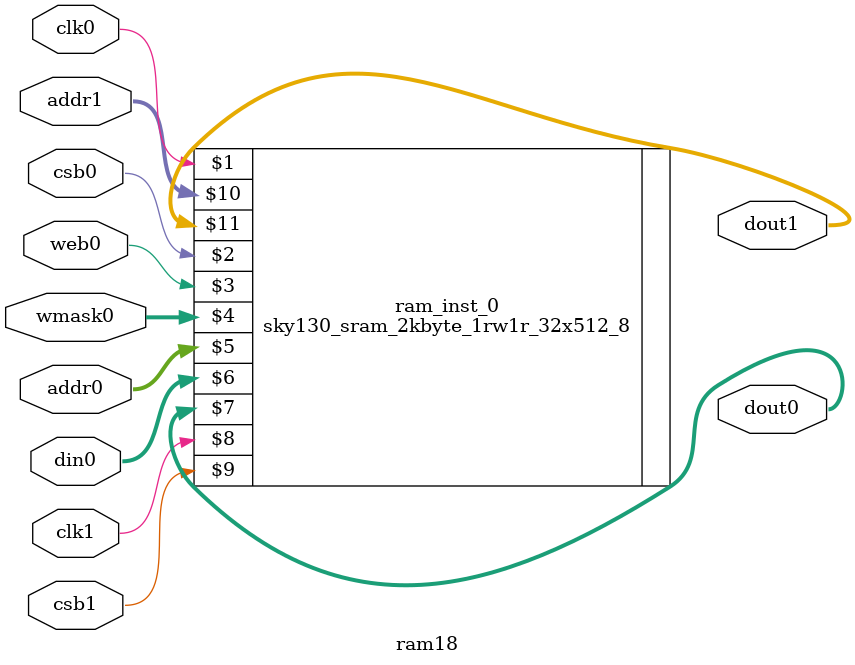
<source format=sv>
module ram18(
    `ifdef USE_POWER_PINS
        inout vccd1,
        inout vssd1,
    `endif

    input logic clk0,
    input logic csb0,
    input logic web0,
    input logic [3:0] wmask0,
    input logic [8:0] addr0,
    input logic [31:0] din0,
    output logic [31:0] dout0,

    input logic clk1,
    input logic csb1,
    input logic [8:0] addr1,
    output logic [31:0] dout1
    );


    sky130_sram_2kbyte_1rw1r_32x512_8 ram_inst_0(
        `ifdef USE_POWER_PINS
        vccd1,
        vssd1,
        `endif

        clk0,
        csb0,
        web0,
        wmask0,
        addr0,
        din0,
        dout0,

        clk1,
        csb1,
        addr1,
        dout1
        );

endmodule

</source>
